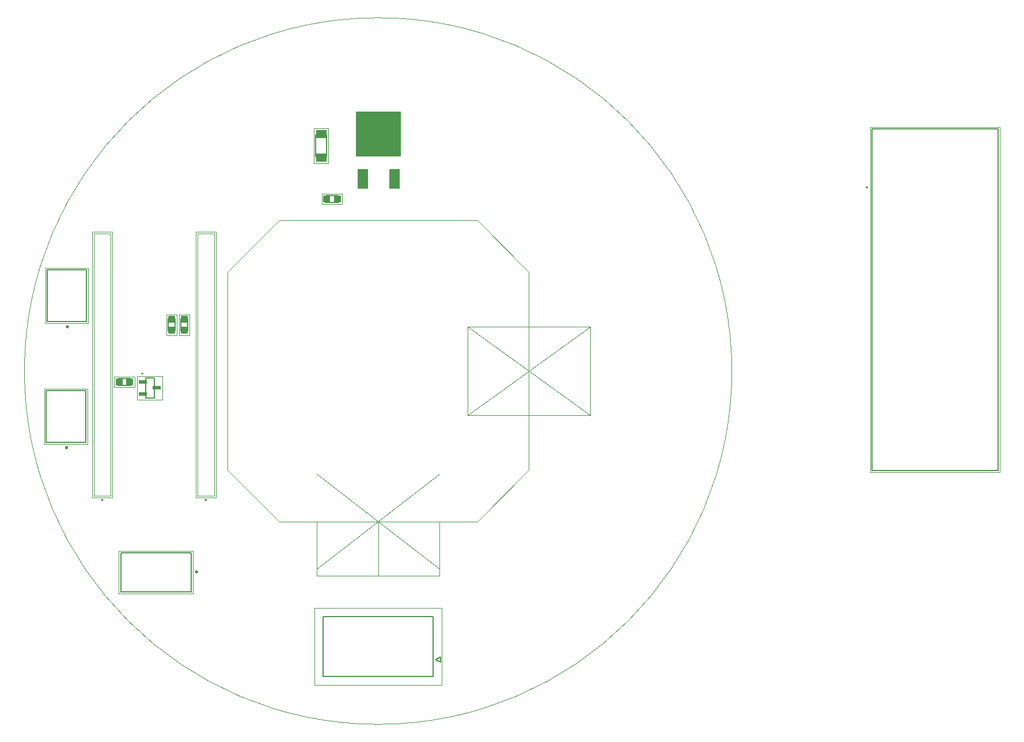
<source format=gtp>
G04*
G04 #@! TF.GenerationSoftware,Altium Limited,Altium Designer,20.0.10 (225)*
G04*
G04 Layer_Color=8421504*
%FSLAX25Y25*%
%MOIN*%
G70*
G01*
G75*
%ADD10C,0.01181*%
%ADD11C,0.00787*%
%ADD12C,0.00500*%
%ADD13C,0.00600*%
%ADD15C,0.00050*%
%ADD16C,0.00394*%
%ADD17C,0.00197*%
G04:AMPARAMS|DCode=18|XSize=37.01mil|YSize=40.16mil|CornerRadius=3.7mil|HoleSize=0mil|Usage=FLASHONLY|Rotation=270.000|XOffset=0mil|YOffset=0mil|HoleType=Round|Shape=RoundedRectangle|*
%AMROUNDEDRECTD18*
21,1,0.03701,0.03276,0,0,270.0*
21,1,0.02961,0.04016,0,0,270.0*
1,1,0.00740,-0.01638,-0.01480*
1,1,0.00740,-0.01638,0.01480*
1,1,0.00740,0.01638,0.01480*
1,1,0.00740,0.01638,-0.01480*
%
%ADD18ROUNDEDRECTD18*%
%ADD19R,0.05906X0.04921*%
G04:AMPARAMS|DCode=20|XSize=37.01mil|YSize=40.16mil|CornerRadius=3.7mil|HoleSize=0mil|Usage=FLASHONLY|Rotation=0.000|XOffset=0mil|YOffset=0mil|HoleType=Round|Shape=RoundedRectangle|*
%AMROUNDEDRECTD20*
21,1,0.03701,0.03276,0,0,0.0*
21,1,0.02961,0.04016,0,0,0.0*
1,1,0.00740,0.01480,-0.01638*
1,1,0.00740,-0.01480,-0.01638*
1,1,0.00740,-0.01480,0.01638*
1,1,0.00740,0.01480,0.01638*
%
%ADD20ROUNDEDRECTD20*%
%ADD21R,0.26378X0.26378*%
%ADD22R,0.06299X0.11811*%
%ADD23R,0.04646X0.02402*%
D10*
X56287Y191890D02*
G03*
X56287Y191890I-394J0D01*
G01*
X56787Y261890D02*
G03*
X56787Y261890I-394J0D01*
G01*
X131504Y119894D02*
G03*
X131504Y119894I-394J0D01*
G01*
D11*
X519524Y342622D02*
G03*
X519524Y342622I-394J0D01*
G01*
X136894Y161437D02*
G03*
X136894Y161437I-394J0D01*
G01*
X76894D02*
G03*
X76894Y161437I-394J0D01*
G01*
X100167Y234751D02*
G03*
X100167Y234751I-394J0D01*
G01*
D12*
X44161Y195000D02*
Y225000D01*
X66996D01*
Y195000D02*
Y225000D01*
X44161Y195000D02*
X66996D01*
X118786Y259457D02*
Y266543D01*
X114849Y259457D02*
Y266543D01*
Y259457D02*
X118786D01*
X114849Y266543D02*
X118786D01*
X200150Y373104D02*
X206449D01*
X200150Y360506D02*
X206449D01*
Y373104D01*
X200150Y360506D02*
Y373104D01*
X522004Y376658D02*
X594996D01*
Y178665D02*
Y376658D01*
X522004Y178665D02*
X594996D01*
X522004D02*
Y376658D01*
X205957Y337968D02*
X213043D01*
X205957Y334032D02*
X213043D01*
Y337968D01*
X205957Y334032D02*
Y337968D01*
X44661Y265000D02*
Y295000D01*
X67496D01*
Y265000D02*
Y295000D01*
X44661Y265000D02*
X67496D01*
X204492Y59276D02*
X268075D01*
Y93803D01*
X204492D02*
X268075D01*
X204492Y59276D02*
Y93803D01*
X272228Y67425D02*
Y70575D01*
X269472Y69000D02*
X272228Y70575D01*
X269472Y69000D02*
X272228Y67425D01*
X87500Y108161D02*
X128000D01*
X87500D02*
Y131000D01*
X128000D01*
Y108161D02*
Y131000D01*
X122031Y259457D02*
Y266543D01*
X125969Y259457D02*
Y266543D01*
X122031D02*
X125969D01*
X122031Y259457D02*
X125969D01*
X85834Y231968D02*
X92920D01*
X85834Y228031D02*
X92920D01*
Y231968D01*
X85834Y228031D02*
Y231968D01*
X101604Y232133D02*
X106722D01*
X101604Y220715D02*
Y232133D01*
Y220715D02*
X106722D01*
Y232133D01*
D13*
X226800Y368700D02*
X246200D01*
D15*
X440970Y236245D02*
G03*
X440970Y236245I-204724J0D01*
G01*
X236245Y117545D02*
Y149041D01*
Y117545D02*
X271678D01*
Y149041D01*
X236245D02*
X271678D01*
X236245Y117545D02*
Y149041D01*
X200812Y117545D02*
X236245D01*
X200812D02*
Y149041D01*
X236245D01*
X288017Y261836D02*
X358883Y210655D01*
X288017D02*
X358883Y261836D01*
Y210655D02*
Y261836D01*
X288017Y210655D02*
X358883D01*
X288017D02*
Y261836D01*
X358883D01*
X200812Y176600D02*
X271678Y121482D01*
X200812D02*
X271678Y176600D01*
X293585Y149041D02*
X323450Y178906D01*
X178906Y149041D02*
X293585D01*
X149041Y178906D02*
X178906Y149041D01*
X149041Y178906D02*
Y293585D01*
X178906Y323450D01*
X293585D01*
X323450Y293585D01*
Y178906D02*
Y293585D01*
D16*
X131750Y316004D02*
X141250D01*
X131750Y163996D02*
Y316004D01*
Y163996D02*
X141250D01*
Y316004D01*
X131750D02*
X141250D01*
X131750Y163996D02*
Y316004D01*
Y163996D02*
X141250D01*
X71750Y316004D02*
X81250D01*
X71750Y163996D02*
Y316004D01*
Y163996D02*
X81250D01*
Y316004D01*
X71750D02*
X81250D01*
X71750Y163996D02*
Y316004D01*
Y163996D02*
X81250D01*
D17*
X43177Y194016D02*
Y225984D01*
X67980D01*
Y194016D02*
Y225984D01*
X43177Y194016D02*
X67980D01*
X119810Y257055D02*
Y268945D01*
X113826Y257055D02*
X119810D01*
X113826D02*
Y268945D01*
X119810D01*
X199166Y377041D02*
X207433D01*
X199166Y356569D02*
Y377041D01*
Y356569D02*
X207433D01*
Y377041D01*
X521020Y377642D02*
X595980D01*
Y177681D02*
Y377642D01*
X521020Y177681D02*
X595980D01*
X521020D02*
Y377642D01*
X203555Y338992D02*
X215445D01*
Y333008D02*
Y338992D01*
X203555Y333008D02*
X215445D01*
X203555D02*
Y338992D01*
X142234Y163012D02*
Y316988D01*
X130766D02*
X142234D01*
X130766Y163012D02*
Y316988D01*
Y163012D02*
X142234D01*
X82234D02*
Y316988D01*
X70766D02*
X82234D01*
X70766Y163012D02*
Y316988D01*
Y163012D02*
X82234D01*
X43677Y264016D02*
Y295984D01*
X68480D01*
Y264016D02*
Y295984D01*
X43677Y264016D02*
X68480D01*
X199492Y98803D02*
X273075D01*
Y54276D02*
Y98803D01*
X199492Y54276D02*
X273075D01*
X199492D02*
Y98803D01*
X86000Y107177D02*
X128984D01*
X86016D02*
Y131980D01*
X86000D02*
X128984D01*
Y107177D02*
Y131980D01*
X121008Y257055D02*
Y268945D01*
X126992D01*
Y257055D02*
Y268945D01*
X121008Y257055D02*
X126992D01*
X83432Y232992D02*
X95322D01*
Y227008D02*
Y232992D01*
X83432Y227008D02*
X95322D01*
X83432D02*
Y232992D01*
X111506Y219731D02*
Y233117D01*
X96821Y219731D02*
X111506D01*
X96821D02*
Y233117D01*
X111506D01*
D18*
X116818Y266110D02*
D03*
Y259890D02*
D03*
X124000D02*
D03*
Y266110D02*
D03*
D19*
X203299Y373596D02*
D03*
Y360014D02*
D03*
D20*
X206390Y336000D02*
D03*
X212610D02*
D03*
X86267Y230000D02*
D03*
X92487D02*
D03*
D21*
X236500Y373500D02*
D03*
D22*
X245555Y347551D02*
D03*
X227445D02*
D03*
D23*
X108199Y226424D02*
D03*
X100128Y222822D02*
D03*
Y230026D02*
D03*
M02*

</source>
